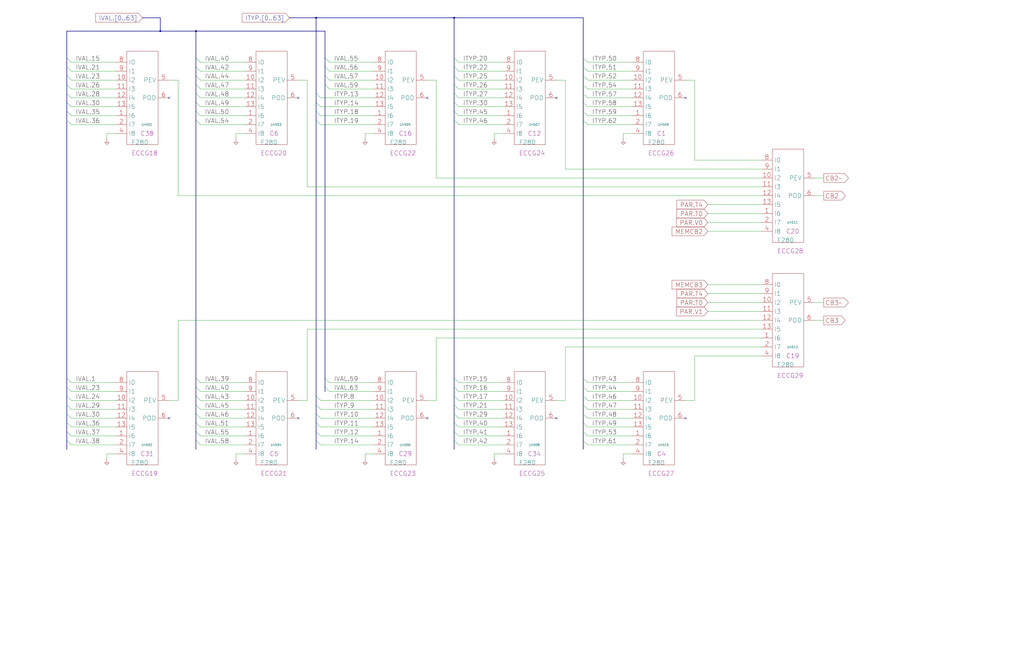
<source format=kicad_sch>
(kicad_sch (version 20250114) (generator "eeschema") (generator_version "9.0")
  (paper "User" 584.2 378.46)
  (title_block (title "ERROR CHECKING & CORRECTION\\nCHECK BITS 2 & 3") (date "22-SEP-90") (rev "2.0") (comment 1 "IOC") (comment 2 "232-003061") (comment 3 "S400") (comment 4 "RELEASED"))
  (lib_symbols
    (symbol "r1000:F280" (pin_names (offset 1.016))
      (property "Reference" "U" (at 2.54 5.08 0))
      (property "Value" "F280" (at -6.35 -5.08 0))
      (property "Location" "___" (at -1.27 0 0))
      (property "Name" "______" (at 1.27 -12.7 0))
      (symbol "F280_1_1"
        (rectangle (start -8.89 46.99) (end 8.89 -6.35))
        (pin input line (at -15.24 40.64 0) (length 6.35) (name "I0") (number "8"))
        (pin input line (at -15.24 35.56 0) (length 6.35) (name "I1") (number "9"))
        (pin input line (at -15.24 30.48 0) (length 6.35) (name "I2") (number "10"))
        (pin input line (at -15.24 25.4 0) (length 6.35) (name "I3") (number "11"))
        (pin input line (at -15.24 20.32 0) (length 6.35) (name "I4") (number "12"))
        (pin input line (at -15.24 15.24 0) (length 6.35) (name "I5") (number "13"))
        (pin input line (at -15.24 10.16 0) (length 6.35) (name "I6") (number "1"))
        (pin input line (at -15.24 5.08 0) (length 6.35) (name "I7") (number "2"))
        (pin input line (at -15.24 0 0) (length 6.35) (name "I8") (number "4"))
        (pin output line (at 15.24 30.48 180) (length 6.35) (name "PEV") (number "5"))
        (pin output line (at 15.24 20.32 180) (length 6.35) (name "POD") (number "6"))
      )
    )
    (symbol "r1000:PD" (power) (pin_numbers (hide yes)) (pin_names (hide yes)) (in_bom no)
      (symbol "PD_0_1"
        (polyline (pts (xy 0 -2.54) (xy 1.27 -2.54) (xy 0 -3.81) (xy -1.27 -2.54) (xy 0 -2.54)) (stroke (width 0.1524)))
      )
      (symbol "PD_1_1"
        (pin power_in line (at 0 0 270) (length 2.54) (name "PD") (number "1"))
      )
    )
  )
  (junction (at 111.76 17.78))
  (junction (at 259.08 10.16))
  (junction (at 91.44 17.78))
  (junction (at 180.34 10.16))
  (no_connect (at 96.52 238.76))
  (no_connect (at 170.18 238.76))
  (no_connect (at 391.16 238.76))
  (no_connect (at 170.18 55.88))
  (no_connect (at 96.52 55.88))
  (no_connect (at 391.16 55.88))
  (no_connect (at 243.84 55.88))
  (no_connect (at 317.5 55.88))
  (no_connect (at 317.5 238.76))
  (no_connect (at 243.84 238.76))
  (bus_entry (at 180.34 63.5) (size 2.54 2.54))
  (bus_entry (at 332.74 241.3) (size 2.54 2.54))
  (bus_entry (at 259.08 231.14) (size 2.54 2.54))
  (bus_entry (at 111.76 43.18) (size 2.54 2.54))
  (bus_entry (at 38.1 48.26) (size 2.54 2.54))
  (bus_entry (at 111.76 63.5) (size 2.54 2.54))
  (bus_entry (at 185.42 43.18) (size 2.54 2.54))
  (bus_entry (at 185.42 215.9) (size 2.54 2.54))
  (bus_entry (at 111.76 215.9) (size 2.54 2.54))
  (bus_entry (at 111.76 58.42) (size 2.54 2.54))
  (bus_entry (at 259.08 251.46) (size 2.54 2.54))
  (bus_entry (at 332.74 236.22) (size 2.54 2.54))
  (bus_entry (at 259.08 53.34) (size 2.54 2.54))
  (bus_entry (at 180.34 58.42) (size 2.54 2.54))
  (bus_entry (at 111.76 33.02) (size 2.54 2.54))
  (bus_entry (at 111.76 226.06) (size 2.54 2.54))
  (bus_entry (at 180.34 53.34) (size 2.54 2.54))
  (bus_entry (at 259.08 246.38) (size 2.54 2.54))
  (bus_entry (at 111.76 241.3) (size 2.54 2.54))
  (bus_entry (at 259.08 241.3) (size 2.54 2.54))
  (bus_entry (at 111.76 38.1) (size 2.54 2.54))
  (bus_entry (at 332.74 231.14) (size 2.54 2.54))
  (bus_entry (at 180.34 241.3) (size 2.54 2.54))
  (bus_entry (at 180.34 226.06) (size 2.54 2.54))
  (bus_entry (at 259.08 226.06) (size 2.54 2.54))
  (bus_entry (at 259.08 215.9) (size 2.54 2.54))
  (bus_entry (at 38.1 38.1) (size 2.54 2.54))
  (bus_entry (at 38.1 231.14) (size 2.54 2.54))
  (bus_entry (at 259.08 220.98) (size 2.54 2.54))
  (bus_entry (at 332.74 58.42) (size 2.54 2.54))
  (bus_entry (at 180.34 246.38) (size 2.54 2.54))
  (bus_entry (at 111.76 236.22) (size 2.54 2.54))
  (bus_entry (at 111.76 68.58) (size 2.54 2.54))
  (bus_entry (at 185.42 48.26) (size 2.54 2.54))
  (bus_entry (at 111.76 53.34) (size 2.54 2.54))
  (bus_entry (at 185.42 220.98) (size 2.54 2.54))
  (bus_entry (at 332.74 43.18) (size 2.54 2.54))
  (bus_entry (at 38.1 226.06) (size 2.54 2.54))
  (bus_entry (at 332.74 215.9) (size 2.54 2.54))
  (bus_entry (at 332.74 33.02) (size 2.54 2.54))
  (bus_entry (at 180.34 251.46) (size 2.54 2.54))
  (bus_entry (at 38.1 33.02) (size 2.54 2.54))
  (bus_entry (at 180.34 231.14) (size 2.54 2.54))
  (bus_entry (at 332.74 63.5) (size 2.54 2.54))
  (bus_entry (at 332.74 38.1) (size 2.54 2.54))
  (bus_entry (at 259.08 68.58) (size 2.54 2.54))
  (bus_entry (at 332.74 68.58) (size 2.54 2.54))
  (bus_entry (at 38.1 220.98) (size 2.54 2.54))
  (bus_entry (at 38.1 241.3) (size 2.54 2.54))
  (bus_entry (at 259.08 48.26) (size 2.54 2.54))
  (bus_entry (at 332.74 246.38) (size 2.54 2.54))
  (bus_entry (at 332.74 251.46) (size 2.54 2.54))
  (bus_entry (at 259.08 63.5) (size 2.54 2.54))
  (bus_entry (at 38.1 43.18) (size 2.54 2.54))
  (bus_entry (at 185.42 38.1) (size 2.54 2.54))
  (bus_entry (at 38.1 246.38) (size 2.54 2.54))
  (bus_entry (at 38.1 63.5) (size 2.54 2.54))
  (bus_entry (at 332.74 220.98) (size 2.54 2.54))
  (bus_entry (at 38.1 251.46) (size 2.54 2.54))
  (bus_entry (at 111.76 231.14) (size 2.54 2.54))
  (bus_entry (at 259.08 58.42) (size 2.54 2.54))
  (bus_entry (at 259.08 236.22) (size 2.54 2.54))
  (bus_entry (at 332.74 53.34) (size 2.54 2.54))
  (bus_entry (at 111.76 220.98) (size 2.54 2.54))
  (bus_entry (at 259.08 33.02) (size 2.54 2.54))
  (bus_entry (at 111.76 48.26) (size 2.54 2.54))
  (bus_entry (at 259.08 43.18) (size 2.54 2.54))
  (bus_entry (at 111.76 251.46) (size 2.54 2.54))
  (bus_entry (at 259.08 38.1) (size 2.54 2.54))
  (bus_entry (at 332.74 48.26) (size 2.54 2.54))
  (bus_entry (at 38.1 68.58) (size 2.54 2.54))
  (bus_entry (at 38.1 53.34) (size 2.54 2.54))
  (bus_entry (at 332.74 226.06) (size 2.54 2.54))
  (bus_entry (at 38.1 215.9) (size 2.54 2.54))
  (bus_entry (at 38.1 236.22) (size 2.54 2.54))
  (bus_entry (at 180.34 236.22) (size 2.54 2.54))
  (bus_entry (at 185.42 33.02) (size 2.54 2.54))
  (bus_entry (at 180.34 68.58) (size 2.54 2.54))
  (bus_entry (at 111.76 246.38) (size 2.54 2.54))
  (bus_entry (at 38.1 58.42) (size 2.54 2.54))
  (bus (pts (xy 38.1 215.9) (xy 38.1 220.98)))
  (wire (pts (xy 40.64 238.76) (xy 66.04 238.76)))
  (bus (pts (xy 111.76 236.22) (xy 111.76 241.3)))
  (wire (pts (xy 40.64 60.96) (xy 66.04 60.96)))
  (wire (pts (xy 261.62 40.64) (xy 287.02 40.64)))
  (wire (pts (xy 261.62 218.44) (xy 287.02 218.44)))
  (wire (pts (xy 187.96 35.56) (xy 213.36 35.56)))
  (wire (pts (xy 261.62 223.52) (xy 287.02 223.52)))
  (bus (pts (xy 111.76 48.26) (xy 111.76 53.34)))
  (bus (pts (xy 111.76 231.14) (xy 111.76 236.22)))
  (wire (pts (xy 114.3 71.12) (xy 139.7 71.12)))
  (wire (pts (xy 261.62 254) (xy 287.02 254)))
  (wire (pts (xy 248.92 228.6) (xy 248.92 193.04)))
  (wire (pts (xy 114.3 40.64) (xy 139.7 40.64)))
  (wire (pts (xy 434.34 203.2) (xy 396.24 203.2)))
  (wire (pts (xy 40.64 66.04) (xy 66.04 66.04)))
  (bus (pts (xy 259.08 63.5) (xy 259.08 68.58)))
  (bus (pts (xy 81.28 10.16) (xy 91.44 10.16)))
  (bus (pts (xy 185.42 38.1) (xy 185.42 43.18)))
  (wire (pts (xy 396.24 45.72) (xy 396.24 91.44)))
  (wire (pts (xy 335.28 40.64) (xy 360.68 40.64)))
  (bus (pts (xy 259.08 231.14) (xy 259.08 236.22)))
  (wire (pts (xy 261.62 228.6) (xy 287.02 228.6)))
  (bus (pts (xy 38.1 226.06) (xy 38.1 231.14)))
  (wire (pts (xy 114.3 228.6) (xy 139.7 228.6)))
  (wire (pts (xy 403.86 121.92) (xy 434.34 121.92)))
  (wire (pts (xy 139.7 259.08) (xy 134.62 259.08)))
  (bus (pts (xy 259.08 48.26) (xy 259.08 53.34)))
  (bus (pts (xy 259.08 246.38) (xy 259.08 251.46)))
  (bus (pts (xy 111.76 43.18) (xy 111.76 48.26)))
  (bus (pts (xy 111.76 38.1) (xy 111.76 43.18)))
  (wire (pts (xy 355.6 259.08) (xy 355.6 261.62)))
  (bus (pts (xy 38.1 53.34) (xy 38.1 58.42)))
  (bus (pts (xy 111.76 17.78) (xy 185.42 17.78)))
  (wire (pts (xy 66.04 259.08) (xy 60.96 259.08)))
  (wire (pts (xy 40.64 45.72) (xy 66.04 45.72)))
  (wire (pts (xy 182.88 228.6) (xy 213.36 228.6)))
  (wire (pts (xy 243.84 228.6) (xy 248.92 228.6)))
  (bus (pts (xy 332.74 38.1) (xy 332.74 43.18)))
  (wire (pts (xy 175.26 187.96) (xy 175.26 228.6)))
  (wire (pts (xy 187.96 45.72) (xy 213.36 45.72)))
  (bus (pts (xy 38.1 43.18) (xy 38.1 48.26)))
  (bus (pts (xy 38.1 251.46) (xy 38.1 256.54)))
  (bus (pts (xy 332.74 63.5) (xy 332.74 68.58)))
  (bus (pts (xy 111.76 241.3) (xy 111.76 246.38)))
  (bus (pts (xy 180.34 251.46) (xy 180.34 256.54)))
  (bus (pts (xy 259.08 43.18) (xy 259.08 48.26)))
  (bus (pts (xy 259.08 220.98) (xy 259.08 226.06)))
  (wire (pts (xy 208.28 259.08) (xy 208.28 261.62)))
  (wire (pts (xy 134.62 76.2) (xy 134.62 78.74)))
  (bus (pts (xy 111.76 63.5) (xy 111.76 68.58)))
  (bus (pts (xy 332.74 231.14) (xy 332.74 236.22)))
  (wire (pts (xy 114.3 218.44) (xy 139.7 218.44)))
  (wire (pts (xy 114.3 223.52) (xy 139.7 223.52)))
  (wire (pts (xy 101.6 182.88) (xy 101.6 228.6)))
  (bus (pts (xy 111.76 33.02) (xy 111.76 38.1)))
  (wire (pts (xy 261.62 248.92) (xy 287.02 248.92)))
  (bus (pts (xy 259.08 241.3) (xy 259.08 246.38)))
  (wire (pts (xy 403.86 132.08) (xy 434.34 132.08)))
  (bus (pts (xy 38.1 220.98) (xy 38.1 226.06)))
  (wire (pts (xy 335.28 233.68) (xy 360.68 233.68)))
  (wire (pts (xy 101.6 45.72) (xy 101.6 111.76)))
  (wire (pts (xy 261.62 71.12) (xy 287.02 71.12)))
  (bus (pts (xy 91.44 17.78) (xy 111.76 17.78)))
  (bus (pts (xy 180.34 226.06) (xy 180.34 231.14)))
  (bus (pts (xy 259.08 33.02) (xy 259.08 38.1)))
  (wire (pts (xy 434.34 198.12) (xy 322.58 198.12)))
  (bus (pts (xy 332.74 241.3) (xy 332.74 246.38)))
  (wire (pts (xy 403.86 116.84) (xy 434.34 116.84)))
  (bus (pts (xy 180.34 58.42) (xy 180.34 63.5)))
  (wire (pts (xy 182.88 71.12) (xy 213.36 71.12)))
  (wire (pts (xy 182.88 60.96) (xy 213.36 60.96)))
  (bus (pts (xy 38.1 231.14) (xy 38.1 236.22)))
  (wire (pts (xy 403.86 167.64) (xy 434.34 167.64)))
  (bus (pts (xy 111.76 251.46) (xy 111.76 256.54)))
  (bus (pts (xy 259.08 53.34) (xy 259.08 58.42)))
  (wire (pts (xy 335.28 35.56) (xy 360.68 35.56)))
  (bus (pts (xy 185.42 48.26) (xy 185.42 215.9)))
  (wire (pts (xy 335.28 228.6) (xy 360.68 228.6)))
  (wire (pts (xy 40.64 55.88) (xy 66.04 55.88)))
  (bus (pts (xy 180.34 63.5) (xy 180.34 68.58)))
  (wire (pts (xy 101.6 228.6) (xy 96.52 228.6)))
  (bus (pts (xy 38.1 68.58) (xy 38.1 215.9)))
  (wire (pts (xy 175.26 106.68) (xy 175.26 45.72)))
  (wire (pts (xy 261.62 243.84) (xy 287.02 243.84)))
  (bus (pts (xy 111.76 53.34) (xy 111.76 58.42)))
  (wire (pts (xy 322.58 96.52) (xy 322.58 45.72)))
  (bus (pts (xy 332.74 226.06) (xy 332.74 231.14)))
  (wire (pts (xy 139.7 76.2) (xy 134.62 76.2)))
  (wire (pts (xy 360.68 76.2) (xy 355.6 76.2)))
  (wire (pts (xy 40.64 40.64) (xy 66.04 40.64)))
  (wire (pts (xy 182.88 238.76) (xy 213.36 238.76)))
  (wire (pts (xy 335.28 243.84) (xy 360.68 243.84)))
  (bus (pts (xy 38.1 17.78) (xy 91.44 17.78)))
  (wire (pts (xy 182.88 254) (xy 213.36 254)))
  (bus (pts (xy 180.34 10.16) (xy 259.08 10.16)))
  (bus (pts (xy 180.34 231.14) (xy 180.34 236.22)))
  (wire (pts (xy 403.86 162.56) (xy 434.34 162.56)))
  (wire (pts (xy 396.24 228.6) (xy 391.16 228.6)))
  (wire (pts (xy 40.64 71.12) (xy 66.04 71.12)))
  (wire (pts (xy 287.02 259.08) (xy 281.94 259.08)))
  (wire (pts (xy 208.28 76.2) (xy 208.28 78.74)))
  (bus (pts (xy 332.74 33.02) (xy 332.74 38.1)))
  (wire (pts (xy 335.28 45.72) (xy 360.68 45.72)))
  (bus (pts (xy 38.1 58.42) (xy 38.1 63.5)))
  (wire (pts (xy 40.64 218.44) (xy 66.04 218.44)))
  (wire (pts (xy 114.3 233.68) (xy 139.7 233.68)))
  (wire (pts (xy 40.64 248.92) (xy 66.04 248.92)))
  (bus (pts (xy 332.74 10.16) (xy 332.74 33.02)))
  (bus (pts (xy 332.74 53.34) (xy 332.74 58.42)))
  (bus (pts (xy 259.08 10.16) (xy 259.08 33.02)))
  (wire (pts (xy 335.28 223.52) (xy 360.68 223.52)))
  (wire (pts (xy 261.62 35.56) (xy 287.02 35.56)))
  (bus (pts (xy 111.76 68.58) (xy 111.76 215.9)))
  (wire (pts (xy 40.64 254) (xy 66.04 254)))
  (bus (pts (xy 111.76 58.42) (xy 111.76 63.5)))
  (wire (pts (xy 261.62 45.72) (xy 287.02 45.72)))
  (wire (pts (xy 182.88 243.84) (xy 213.36 243.84)))
  (wire (pts (xy 175.26 45.72) (xy 170.18 45.72)))
  (bus (pts (xy 185.42 33.02) (xy 185.42 38.1)))
  (bus (pts (xy 259.08 251.46) (xy 259.08 256.54)))
  (wire (pts (xy 261.62 55.88) (xy 287.02 55.88)))
  (bus (pts (xy 38.1 241.3) (xy 38.1 246.38)))
  (wire (pts (xy 335.28 218.44) (xy 360.68 218.44)))
  (wire (pts (xy 114.3 35.56) (xy 139.7 35.56)))
  (wire (pts (xy 464.82 182.88) (xy 469.9 182.88)))
  (wire (pts (xy 213.36 259.08) (xy 208.28 259.08)))
  (wire (pts (xy 355.6 76.2) (xy 355.6 78.74)))
  (bus (pts (xy 38.1 38.1) (xy 38.1 43.18)))
  (wire (pts (xy 243.84 45.72) (xy 248.92 45.72)))
  (wire (pts (xy 434.34 187.96) (xy 175.26 187.96)))
  (wire (pts (xy 335.28 248.92) (xy 360.68 248.92)))
  (bus (pts (xy 332.74 251.46) (xy 332.74 256.54)))
  (bus (pts (xy 332.74 215.9) (xy 332.74 220.98)))
  (wire (pts (xy 182.88 55.88) (xy 213.36 55.88)))
  (wire (pts (xy 40.64 228.6) (xy 66.04 228.6)))
  (bus (pts (xy 91.44 10.16) (xy 91.44 17.78)))
  (bus (pts (xy 180.34 68.58) (xy 180.34 226.06)))
  (wire (pts (xy 391.16 45.72) (xy 396.24 45.72)))
  (wire (pts (xy 114.3 66.04) (xy 139.7 66.04)))
  (wire (pts (xy 187.96 50.8) (xy 213.36 50.8)))
  (bus (pts (xy 332.74 220.98) (xy 332.74 226.06)))
  (wire (pts (xy 261.62 238.76) (xy 287.02 238.76)))
  (wire (pts (xy 396.24 91.44) (xy 434.34 91.44)))
  (wire (pts (xy 187.96 218.44) (xy 213.36 218.44)))
  (wire (pts (xy 60.96 259.08) (xy 60.96 261.62)))
  (wire (pts (xy 248.92 193.04) (xy 434.34 193.04)))
  (bus (pts (xy 259.08 38.1) (xy 259.08 43.18)))
  (wire (pts (xy 175.26 228.6) (xy 170.18 228.6)))
  (wire (pts (xy 322.58 228.6) (xy 317.5 228.6)))
  (bus (pts (xy 180.34 10.16) (xy 180.34 53.34)))
  (wire (pts (xy 261.62 233.68) (xy 287.02 233.68)))
  (wire (pts (xy 101.6 111.76) (xy 434.34 111.76)))
  (bus (pts (xy 259.08 10.16) (xy 332.74 10.16)))
  (wire (pts (xy 335.28 50.8) (xy 360.68 50.8)))
  (wire (pts (xy 360.68 259.08) (xy 355.6 259.08)))
  (wire (pts (xy 335.28 238.76) (xy 360.68 238.76)))
  (wire (pts (xy 114.3 238.76) (xy 139.7 238.76)))
  (bus (pts (xy 180.34 241.3) (xy 180.34 246.38)))
  (bus (pts (xy 111.76 226.06) (xy 111.76 231.14)))
  (wire (pts (xy 248.92 45.72) (xy 248.92 101.6)))
  (bus (pts (xy 259.08 236.22) (xy 259.08 241.3)))
  (wire (pts (xy 335.28 254) (xy 360.68 254)))
  (bus (pts (xy 38.1 236.22) (xy 38.1 241.3)))
  (bus (pts (xy 332.74 246.38) (xy 332.74 251.46)))
  (wire (pts (xy 403.86 127) (xy 434.34 127)))
  (wire (pts (xy 464.82 101.6) (xy 469.9 101.6)))
  (bus (pts (xy 38.1 17.78) (xy 38.1 33.02)))
  (wire (pts (xy 114.3 55.88) (xy 139.7 55.88)))
  (bus (pts (xy 165.1 10.16) (xy 180.34 10.16)))
  (wire (pts (xy 40.64 243.84) (xy 66.04 243.84)))
  (wire (pts (xy 60.96 76.2) (xy 60.96 78.74)))
  (bus (pts (xy 38.1 33.02) (xy 38.1 38.1)))
  (wire (pts (xy 335.28 66.04) (xy 360.68 66.04)))
  (wire (pts (xy 335.28 71.12) (xy 360.68 71.12)))
  (bus (pts (xy 332.74 236.22) (xy 332.74 241.3)))
  (wire (pts (xy 96.52 45.72) (xy 101.6 45.72)))
  (wire (pts (xy 40.64 233.68) (xy 66.04 233.68)))
  (wire (pts (xy 322.58 198.12) (xy 322.58 228.6)))
  (bus (pts (xy 180.34 53.34) (xy 180.34 58.42)))
  (bus (pts (xy 185.42 43.18) (xy 185.42 48.26)))
  (wire (pts (xy 114.3 254) (xy 139.7 254)))
  (bus (pts (xy 38.1 48.26) (xy 38.1 53.34)))
  (bus (pts (xy 111.76 220.98) (xy 111.76 226.06)))
  (wire (pts (xy 66.04 76.2) (xy 60.96 76.2)))
  (wire (pts (xy 114.3 45.72) (xy 139.7 45.72)))
  (wire (pts (xy 213.36 76.2) (xy 208.28 76.2)))
  (wire (pts (xy 434.34 182.88) (xy 101.6 182.88)))
  (wire (pts (xy 182.88 66.04) (xy 213.36 66.04)))
  (bus (pts (xy 332.74 48.26) (xy 332.74 53.34)))
  (wire (pts (xy 403.86 177.8) (xy 434.34 177.8)))
  (wire (pts (xy 434.34 106.68) (xy 175.26 106.68)))
  (bus (pts (xy 38.1 63.5) (xy 38.1 68.58)))
  (bus (pts (xy 111.76 17.78) (xy 111.76 33.02)))
  (wire (pts (xy 40.64 223.52) (xy 66.04 223.52)))
  (wire (pts (xy 396.24 203.2) (xy 396.24 228.6)))
  (wire (pts (xy 40.64 50.8) (xy 66.04 50.8)))
  (bus (pts (xy 185.42 220.98) (xy 185.42 223.52)))
  (wire (pts (xy 134.62 259.08) (xy 134.62 261.62)))
  (bus (pts (xy 185.42 17.78) (xy 185.42 33.02)))
  (bus (pts (xy 185.42 215.9) (xy 185.42 220.98)))
  (wire (pts (xy 281.94 76.2) (xy 281.94 78.74)))
  (wire (pts (xy 434.34 96.52) (xy 322.58 96.52)))
  (wire (pts (xy 182.88 248.92) (xy 213.36 248.92)))
  (bus (pts (xy 332.74 58.42) (xy 332.74 63.5)))
  (bus (pts (xy 111.76 215.9) (xy 111.76 220.98)))
  (wire (pts (xy 40.64 35.56) (xy 66.04 35.56)))
  (bus (pts (xy 38.1 246.38) (xy 38.1 251.46)))
  (wire (pts (xy 287.02 76.2) (xy 281.94 76.2)))
  (bus (pts (xy 180.34 246.38) (xy 180.34 251.46)))
  (wire (pts (xy 187.96 40.64) (xy 213.36 40.64)))
  (bus (pts (xy 259.08 226.06) (xy 259.08 231.14)))
  (bus (pts (xy 259.08 58.42) (xy 259.08 63.5)))
  (bus (pts (xy 180.34 236.22) (xy 180.34 241.3)))
  (wire (pts (xy 114.3 243.84) (xy 139.7 243.84)))
  (wire (pts (xy 403.86 172.72) (xy 434.34 172.72)))
  (wire (pts (xy 261.62 50.8) (xy 287.02 50.8)))
  (bus (pts (xy 259.08 215.9) (xy 259.08 220.98)))
  (wire (pts (xy 187.96 223.52) (xy 213.36 223.52)))
  (bus (pts (xy 259.08 68.58) (xy 259.08 215.9)))
  (wire (pts (xy 261.62 66.04) (xy 287.02 66.04)))
  (wire (pts (xy 464.82 172.72) (xy 469.9 172.72)))
  (wire (pts (xy 248.92 101.6) (xy 434.34 101.6)))
  (bus (pts (xy 111.76 246.38) (xy 111.76 251.46)))
  (wire (pts (xy 182.88 233.68) (xy 213.36 233.68)))
  (wire (pts (xy 114.3 50.8) (xy 139.7 50.8)))
  (wire (pts (xy 335.28 60.96) (xy 360.68 60.96)))
  (wire (pts (xy 281.94 259.08) (xy 281.94 261.62)))
  (wire (pts (xy 335.28 55.88) (xy 360.68 55.88)))
  (wire (pts (xy 114.3 248.92) (xy 139.7 248.92)))
  (wire (pts (xy 322.58 45.72) (xy 317.5 45.72)))
  (wire (pts (xy 261.62 60.96) (xy 287.02 60.96)))
  (wire (pts (xy 114.3 60.96) (xy 139.7 60.96)))
  (bus (pts (xy 332.74 68.58) (xy 332.74 215.9)))
  (bus (pts (xy 332.74 43.18) (xy 332.74 48.26)))
  (wire (pts (xy 464.82 111.76) (xy 469.9 111.76)))
  (label "IVAL.23" (at 43.18 223.52 0) (effects (font (size 2.54 2.54))))
  (label "ITYP.61" (at 337.82 254 0) (effects (font (size 2.54 2.54))))
  (label "IVAL.55" (at 190.5 35.56 0) (effects (font (size 2.54 2.54))))
  (label "ITYP.41" (at 264.16 248.92 0) (effects (font (size 2.54 2.54))))
  (label "IVAL.50" (at 116.84 66.04 0) (effects (font (size 2.54 2.54))))
  (label "IVAL.55" (at 116.84 248.92 0) (effects (font (size 2.54 2.54))))
  (label "IVAL.23" (at 43.18 45.72 0) (effects (font (size 2.54 2.54))))
  (label "IVAL.47" (at 116.84 50.8 0) (effects (font (size 2.54 2.54))))
  (label "ITYP.58" (at 337.82 60.96 0) (effects (font (size 2.54 2.54))))
  (label "IVAL.26" (at 43.18 50.8 0) (effects (font (size 2.54 2.54))))
  (label "ITYP.42" (at 264.16 254 0) (effects (font (size 2.54 2.54))))
  (label "ITYP.16" (at 264.16 223.52 0) (effects (font (size 2.54 2.54))))
  (label "IVAL.63" (at 190.5 223.52 0) (effects (font (size 2.54 2.54))))
  (label "ITYP.48" (at 337.82 238.76 0) (effects (font (size 2.54 2.54))))
  (label "ITYP.25" (at 264.16 45.72 0) (effects (font (size 2.54 2.54))))
  (label "IVAL.38" (at 43.18 254 0) (effects (font (size 2.54 2.54))))
  (label "IVAL.40" (at 116.84 35.56 0) (effects (font (size 2.54 2.54))))
  (label "IVAL.15" (at 43.18 35.56 0) (effects (font (size 2.54 2.54))))
  (label "IVAL.29" (at 43.18 233.68 0) (effects (font (size 2.54 2.54))))
  (label "ITYP.49" (at 337.82 243.84 0) (effects (font (size 2.54 2.54))))
  (label "IVAL.56" (at 190.5 40.64 0) (effects (font (size 2.54 2.54))))
  (label "IVAL.36" (at 43.18 243.84 0) (effects (font (size 2.54 2.54))))
  (label "ITYP.44" (at 337.82 223.52 0) (effects (font (size 2.54 2.54))))
  (label "ITYP.22" (at 264.16 40.64 0) (effects (font (size 2.54 2.54))))
  (label "IVAL.58" (at 116.84 254 0) (effects (font (size 2.54 2.54))))
  (label "ITYP.52" (at 337.82 45.72 0) (effects (font (size 2.54 2.54))))
  (label "IVAL.36" (at 43.18 71.12 0) (effects (font (size 2.54 2.54))))
  (label "IVAL.54" (at 116.84 71.12 0) (effects (font (size 2.54 2.54))))
  (label "ITYP.19" (at 190.5 71.12 0) (effects (font (size 2.54 2.54))))
  (label "IVAL.49" (at 116.84 60.96 0) (effects (font (size 2.54 2.54))))
  (label "IVAL.35" (at 43.18 66.04 0) (effects (font (size 2.54 2.54))))
  (label "IVAL.59" (at 190.5 50.8 0) (effects (font (size 2.54 2.54))))
  (label "ITYP.46" (at 337.82 228.6 0) (effects (font (size 2.54 2.54))))
  (label "ITYP.50" (at 337.82 35.56 0) (effects (font (size 2.54 2.54))))
  (label "ITYP.30" (at 264.16 60.96 0) (effects (font (size 2.54 2.54))))
  (label "ITYP.9" (at 190.5 233.68 0) (effects (font (size 2.54 2.54))))
  (label "IVAL.48" (at 116.84 55.88 0) (effects (font (size 2.54 2.54))))
  (label "IVAL.46" (at 116.84 238.76 0) (effects (font (size 2.54 2.54))))
  (label "ITYP.26" (at 264.16 50.8 0) (effects (font (size 2.54 2.54))))
  (label "ITYP.14" (at 190.5 60.96 0) (effects (font (size 2.54 2.54))))
  (label "ITYP.45" (at 264.16 66.04 0) (effects (font (size 2.54 2.54))))
  (label "ITYP.29" (at 264.16 238.76 0) (effects (font (size 2.54 2.54))))
  (label "IVAL.40" (at 116.84 223.52 0) (effects (font (size 2.54 2.54))))
  (label "IVAL.28" (at 43.18 55.88 0) (effects (font (size 2.54 2.54))))
  (label "IVAL.30" (at 43.18 60.96 0) (effects (font (size 2.54 2.54))))
  (label "IVAL.42" (at 116.84 40.64 0) (effects (font (size 2.54 2.54))))
  (label "ITYP.20" (at 264.16 35.56 0) (effects (font (size 2.54 2.54))))
  (label "ITYP.12" (at 190.5 248.92 0) (effects (font (size 2.54 2.54))))
  (label "IVAL.57" (at 190.5 45.72 0) (effects (font (size 2.54 2.54))))
  (label "ITYP.57" (at 337.82 55.88 0) (effects (font (size 2.54 2.54))))
  (label "IVAL.45" (at 116.84 233.68 0) (effects (font (size 2.54 2.54))))
  (label "ITYP.18" (at 190.5 66.04 0) (effects (font (size 2.54 2.54))))
  (label "IVAL.43" (at 116.84 228.6 0) (effects (font (size 2.54 2.54))))
  (label "ITYP.13" (at 190.5 55.88 0) (effects (font (size 2.54 2.54))))
  (label "IVAL.21" (at 43.18 40.64 0) (effects (font (size 2.54 2.54))))
  (label "ITYP.11" (at 190.5 243.84 0) (effects (font (size 2.54 2.54))))
  (label "ITYP.15" (at 264.16 218.44 0) (effects (font (size 2.54 2.54))))
  (label "ITYP.14" (at 190.5 254 0) (effects (font (size 2.54 2.54))))
  (label "ITYP.40" (at 264.16 243.84 0) (effects (font (size 2.54 2.54))))
  (label "ITYP.17" (at 264.16 228.6 0) (effects (font (size 2.54 2.54))))
  (label "ITYP.8" (at 190.5 228.6 0) (effects (font (size 2.54 2.54))))
  (label "ITYP.59" (at 337.82 66.04 0) (effects (font (size 2.54 2.54))))
  (label "IVAL.30" (at 43.18 238.76 0) (effects (font (size 2.54 2.54))))
  (label "ITYP.53" (at 337.82 248.92 0) (effects (font (size 2.54 2.54))))
  (label "ITYP.62" (at 337.82 71.12 0) (effects (font (size 2.54 2.54))))
  (label "ITYP.43" (at 337.82 218.44 0) (effects (font (size 2.54 2.54))))
  (label "ITYP.27" (at 264.16 55.88 0) (effects (font (size 2.54 2.54))))
  (label "ITYP.21" (at 264.16 233.68 0) (effects (font (size 2.54 2.54))))
  (label "ITYP.51" (at 337.82 40.64 0) (effects (font (size 2.54 2.54))))
  (label "ITYP.46" (at 264.16 71.12 0) (effects (font (size 2.54 2.54))))
  (label "IVAL.51" (at 116.84 243.84 0) (effects (font (size 2.54 2.54))))
  (label "ITYP.47" (at 337.82 233.68 0) (effects (font (size 2.54 2.54))))
  (label "IVAL.39" (at 116.84 218.44 0) (effects (font (size 2.54 2.54))))
  (label "ITYP.54" (at 337.82 50.8 0) (effects (font (size 2.54 2.54))))
  (label "IVAL.24" (at 43.18 228.6 0) (effects (font (size 2.54 2.54))))
  (label "IVAL.1" (at 43.18 218.44 0) (effects (font (size 2.54 2.54))))
  (label "IVAL.44" (at 116.84 45.72 0) (effects (font (size 2.54 2.54))))
  (label "IVAL.37" (at 43.18 248.92 0) (effects (font (size 2.54 2.54))))
  (label "ITYP.10" (at 190.5 238.76 0) (effects (font (size 2.54 2.54))))
  (label "IVAL.59" (at 190.5 218.44 0) (effects (font (size 2.54 2.54))))
  (global_label "ITYP.[0..63]" (shape input) (at 165.1 10.16 180) (effects (font (size 2.54 2.54))) (property "Intersheetrefs" "${INTERSHEET_REFS}" (at 138.1397 10.0013 0) (effects (font (size 1.905 1.905)) (justify right))))
  (global_label "PAR.V1" (shape input) (at 403.86 177.8 180) (effects (font (size 2.54 2.54))) (property "Intersheetrefs" "${INTERSHEET_REFS}" (at 385.9711 177.6413 0) (effects (font (size 1.905 1.905)) (justify right))))
  (global_label "PAR.T4" (shape input) (at 403.86 116.84 180) (effects (font (size 2.54 2.54))) (property "Intersheetrefs" "${INTERSHEET_REFS}" (at 386.213 116.6813 0) (effects (font (size 1.905 1.905)) (justify right))))
  (global_label "PAR.V0" (shape input) (at 403.86 127 180) (effects (font (size 2.54 2.54))) (property "Intersheetrefs" "${INTERSHEET_REFS}" (at 385.9711 126.8413 0) (effects (font (size 1.905 1.905)) (justify right))))
  (global_label "CB2" (shape output) (at 469.9 111.76 0) (effects (font (size 2.54 2.54))) (property "Intersheetrefs" "${INTERSHEET_REFS}" (at 482.225 111.6013 0) (effects (font (size 1.905 1.905)) (justify left))))
  (global_label "CB3~" (shape output) (at 469.9 172.72 0) (effects (font (size 2.54 2.54))) (property "Intersheetrefs" "${INTERSHEET_REFS}" (at 484.0393 172.5613 0) (effects (font (size 1.905 1.905)) (justify left))))
  (global_label "MEMCB2" (shape input) (at 403.86 132.08 180) (effects (font (size 2.54 2.54))) (property "Intersheetrefs" "${INTERSHEET_REFS}" (at 383.4311 131.9213 0) (effects (font (size 1.905 1.905)) (justify right))))
  (global_label "MEMCB3" (shape input) (at 403.86 162.56 180) (effects (font (size 2.54 2.54))) (property "Intersheetrefs" "${INTERSHEET_REFS}" (at 383.4311 162.4013 0) (effects (font (size 1.905 1.905)) (justify right))))
  (global_label "PAR.T0" (shape input) (at 403.86 172.72 180) (effects (font (size 2.54 2.54))) (property "Intersheetrefs" "${INTERSHEET_REFS}" (at 386.213 172.5613 0) (effects (font (size 1.905 1.905)) (justify right))))
  (global_label "IVAL.[0..63]" (shape input) (at 81.28 10.16 180) (effects (font (size 2.54 2.54))) (property "Intersheetrefs" "${INTERSHEET_REFS}" (at 54.5616 10.0013 0) (effects (font (size 1.905 1.905)) (justify right))))
  (global_label "CB3" (shape output) (at 469.9 182.88 0) (effects (font (size 2.54 2.54))) (property "Intersheetrefs" "${INTERSHEET_REFS}" (at 482.225 182.7213 0) (effects (font (size 1.905 1.905)) (justify left))))
  (global_label "PAR.T0" (shape input) (at 403.86 121.92 180) (effects (font (size 2.54 2.54))) (property "Intersheetrefs" "${INTERSHEET_REFS}" (at 386.213 121.7613 0) (effects (font (size 1.905 1.905)) (justify right))))
  (global_label "PAR.T4" (shape input) (at 403.86 167.64 180) (effects (font (size 2.54 2.54))) (property "Intersheetrefs" "${INTERSHEET_REFS}" (at 386.213 167.4813 0) (effects (font (size 1.905 1.905)) (justify right))))
  (global_label "CB2~" (shape output) (at 469.9 101.6 0) (effects (font (size 2.54 2.54))) (property "Intersheetrefs" "${INTERSHEET_REFS}" (at 484.0393 101.4413 0) (effects (font (size 1.905 1.905)) (justify left))))
  (symbol (lib_id "r1000:PD") (at 281.94 78.74 0) (unit 1) (in_bom no)
    (property "Reference" "#PWR04507" (effects (hide yes)))
    (property "Value" "PD" (effects (hide yes)))
  )
  (symbol (lib_id "r1000:F280") (at 81.28 76.2 0) (unit 1)
    (property "Reference" "U4501" (at 83.82 71.12 0))
    (property "Value" "F280" (at 74.93 81.28 0) (effects (font (size 2.54 2.54)) (justify left)))
    (property "Location" "C38" (at 80.01 76.2 0) (effects (font (size 2.54 2.54)) (justify left)))
    (property "Name" "ECCG18" (at 82.55 88.9 0) (effects (font (size 2.54 2.54)) (justify bottom)))
  )
  (symbol (lib_id "r1000:F280") (at 449.58 132.08 0) (unit 1)
    (property "Reference" "U4511" (at 452.12 127 0))
    (property "Value" "F280" (at 443.23 137.16 0) (effects (font (size 2.54 2.54)) (justify left)))
    (property "Location" "C20" (at 448.31 132.08 0) (effects (font (size 2.54 2.54)) (justify left)))
    (property "Name" "ECCG28" (at 450.85 144.78 0) (effects (font (size 2.54 2.54)) (justify bottom)))
  )
  (symbol (lib_id "r1000:F280") (at 375.92 76.2 0) (unit 1)
    (property "Reference" "U4509" (at 378.46 71.12 0))
    (property "Value" "F280" (at 369.57 81.28 0) (effects (font (size 2.54 2.54)) (justify left)))
    (property "Location" "C1" (at 374.65 76.2 0) (effects (font (size 2.54 2.54)) (justify left)))
    (property "Name" "ECCG26" (at 377.19 88.9 0) (effects (font (size 2.54 2.54)) (justify bottom)))
  )
  (symbol (lib_id "r1000:PD") (at 134.62 78.74 0) (unit 1) (in_bom no)
    (property "Reference" "#PWR04503" (effects (hide yes)))
    (property "Value" "PD" (effects (hide yes)))
  )
  (symbol (lib_id "r1000:F280") (at 154.94 76.2 0) (unit 1)
    (property "Reference" "U4503" (at 157.48 71.12 0))
    (property "Value" "F280" (at 148.59 81.28 0) (effects (font (size 2.54 2.54)) (justify left)))
    (property "Location" "C6" (at 153.67 76.2 0) (effects (font (size 2.54 2.54)) (justify left)))
    (property "Name" "ECCG20" (at 156.21 88.9 0) (effects (font (size 2.54 2.54)) (justify bottom)))
  )
  (symbol (lib_id "r1000:PD") (at 208.28 261.62 0) (unit 1) (in_bom no)
    (property "Reference" "#PWR04506" (effects (hide yes)))
    (property "Value" "PD" (effects (hide yes)))
  )
  (symbol (lib_id "r1000:F280") (at 375.92 259.08 0) (unit 1)
    (property "Reference" "U4510" (at 378.46 254 0))
    (property "Value" "F280" (at 369.57 264.16 0) (effects (font (size 2.54 2.54)) (justify left)))
    (property "Location" "C4" (at 374.65 259.08 0) (effects (font (size 2.54 2.54)) (justify left)))
    (property "Name" "ECCG27" (at 377.19 271.78 0) (effects (font (size 2.54 2.54)) (justify bottom)))
  )
  (symbol (lib_id "r1000:F280") (at 449.58 203.2 0) (unit 1)
    (property "Reference" "U4512" (at 452.12 198.12 0))
    (property "Value" "F280" (at 443.23 208.28 0) (effects (font (size 2.54 2.54)) (justify left)))
    (property "Location" "C19" (at 448.31 203.2 0) (effects (font (size 2.54 2.54)) (justify left)))
    (property "Name" "ECCG29" (at 450.85 215.9 0) (effects (font (size 2.54 2.54)) (justify bottom)))
  )
  (symbol (lib_id "r1000:PD") (at 355.6 261.62 0) (unit 1) (in_bom no)
    (property "Reference" "#PWR04510" (effects (hide yes)))
    (property "Value" "PD" (effects (hide yes)))
  )
  (symbol (lib_id "r1000:PD") (at 60.96 261.62 0) (unit 1) (in_bom no)
    (property "Reference" "#PWR04502" (effects (hide yes)))
    (property "Value" "PD" (effects (hide yes)))
  )
  (symbol (lib_id "r1000:F280") (at 228.6 259.08 0) (unit 1)
    (property "Reference" "U4506" (at 231.14 254 0))
    (property "Value" "F280" (at 222.25 264.16 0) (effects (font (size 2.54 2.54)) (justify left)))
    (property "Location" "C29" (at 227.33 259.08 0) (effects (font (size 2.54 2.54)) (justify left)))
    (property "Name" "ECCG23" (at 229.87 271.78 0) (effects (font (size 2.54 2.54)) (justify bottom)))
  )
  (symbol (lib_id "r1000:F280") (at 228.6 76.2 0) (unit 1)
    (property "Reference" "U4505" (at 231.14 71.12 0))
    (property "Value" "F280" (at 222.25 81.28 0) (effects (font (size 2.54 2.54)) (justify left)))
    (property "Location" "C16" (at 227.33 76.2 0) (effects (font (size 2.54 2.54)) (justify left)))
    (property "Name" "ECCG22" (at 229.87 88.9 0) (effects (font (size 2.54 2.54)) (justify bottom)))
  )
  (symbol (lib_id "r1000:PD") (at 60.96 78.74 0) (unit 1) (in_bom no)
    (property "Reference" "#PWR04501" (effects (hide yes)))
    (property "Value" "PD" (effects (hide yes)))
  )
  (symbol (lib_id "r1000:F280") (at 302.26 76.2 0) (unit 1)
    (property "Reference" "U4507" (at 304.8 71.12 0))
    (property "Value" "F280" (at 295.91 81.28 0) (effects (font (size 2.54 2.54)) (justify left)))
    (property "Location" "C12" (at 300.99 76.2 0) (effects (font (size 2.54 2.54)) (justify left)))
    (property "Name" "ECCG24" (at 303.53 88.9 0) (effects (font (size 2.54 2.54)) (justify bottom)))
  )
  (symbol (lib_id "r1000:F280") (at 154.94 259.08 0) (unit 1)
    (property "Reference" "U4504" (at 157.48 254 0))
    (property "Value" "F280" (at 148.59 264.16 0) (effects (font (size 2.54 2.54)) (justify left)))
    (property "Location" "C5" (at 153.67 259.08 0) (effects (font (size 2.54 2.54)) (justify left)))
    (property "Name" "ECCG21" (at 156.21 271.78 0) (effects (font (size 2.54 2.54)) (justify bottom)))
  )
  (symbol (lib_id "r1000:PD") (at 208.28 78.74 0) (unit 1) (in_bom no)
    (property "Reference" "#PWR04505" (effects (hide yes)))
    (property "Value" "PD" (effects (hide yes)))
  )
  (symbol (lib_id "r1000:F280") (at 81.28 259.08 0) (unit 1)
    (property "Reference" "U4502" (at 83.82 254 0))
    (property "Value" "F280" (at 74.93 264.16 0) (effects (font (size 2.54 2.54)) (justify left)))
    (property "Location" "C31" (at 80.01 259.08 0) (effects (font (size 2.54 2.54)) (justify left)))
    (property "Name" "ECCG19" (at 82.55 271.78 0) (effects (font (size 2.54 2.54)) (justify bottom)))
  )
  (symbol (lib_id "r1000:PD") (at 355.6 78.74 0) (unit 1) (in_bom no)
    (property "Reference" "#PWR04509" (effects (hide yes)))
    (property "Value" "PD" (effects (hide yes)))
  )
  (symbol (lib_id "r1000:F280") (at 302.26 259.08 0) (unit 1)
    (property "Reference" "U4508" (at 304.8 254 0))
    (property "Value" "F280" (at 295.91 264.16 0) (effects (font (size 2.54 2.54)) (justify left)))
    (property "Location" "C34" (at 300.99 259.08 0) (effects (font (size 2.54 2.54)) (justify left)))
    (property "Name" "ECCG25" (at 303.53 271.78 0) (effects (font (size 2.54 2.54)) (justify bottom)))
  )
  (symbol (lib_id "r1000:PD") (at 281.94 261.62 0) (unit 1) (in_bom no)
    (property "Reference" "#PWR04508" (effects (hide yes)))
    (property "Value" "PD" (effects (hide yes)))
  )
  (symbol (lib_id "r1000:PD") (at 134.62 261.62 0) (unit 1) (in_bom no)
    (property "Reference" "#PWR04504" (effects (hide yes)))
    (property "Value" "PD" (effects (hide yes)))
  )
)
</source>
